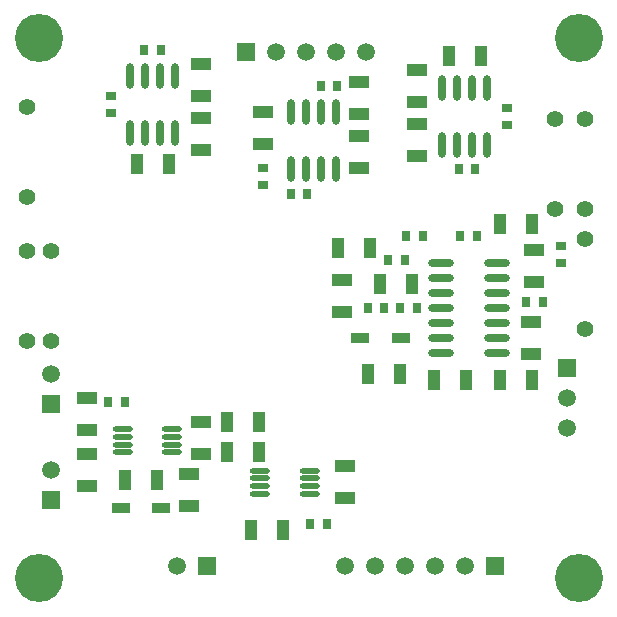
<source format=gbr>
G04 Layer_Color=255*
%FSLAX26Y26*%
%MOIN*%
%TF.FileFunction,Pads,Bot*%
%TF.Part,Single*%
G01*
G75*
%TA.AperFunction,SMDPad,CuDef*%
%ADD10R,0.031496X0.035433*%
%ADD11R,0.043307X0.066929*%
%ADD12R,0.066929X0.043307*%
%ADD13O,0.086614X0.023622*%
%ADD14R,0.062992X0.033465*%
%ADD15R,0.035433X0.031496*%
%TA.AperFunction,ComponentPad*%
%ADD21C,0.055118*%
%TA.AperFunction,ViaPad*%
%ADD22C,0.160000*%
%TA.AperFunction,ComponentPad*%
%ADD23C,0.059055*%
%ADD24R,0.059055X0.059055*%
%ADD25R,0.059055X0.059055*%
%TA.AperFunction,SMDPad,CuDef*%
%ADD27O,0.023622X0.086614*%
%ADD28O,0.066929X0.017716*%
D10*
X2264882Y2160000D02*
D03*
X2320000D02*
D03*
X2504882Y2240000D02*
D03*
X2560000D02*
D03*
X2197322Y2000000D02*
D03*
X2252442D02*
D03*
X2324882Y2240000D02*
D03*
X2380000D02*
D03*
X2360000Y2000000D02*
D03*
X2304882D02*
D03*
X2724882Y2020000D02*
D03*
X2780000D02*
D03*
X2095118Y2740000D02*
D03*
X2040000D02*
D03*
X1940000Y2380000D02*
D03*
X1995118D02*
D03*
X1507560Y2860000D02*
D03*
X1452442D02*
D03*
X2500590Y2465512D02*
D03*
X2555708D02*
D03*
X2060000Y1280000D02*
D03*
X2004882D02*
D03*
X1332440Y1686300D02*
D03*
X1387560D02*
D03*
D11*
X2099292Y2200000D02*
D03*
X2205590D02*
D03*
X2239292Y2080000D02*
D03*
X2345590D02*
D03*
X2745590Y1760000D02*
D03*
X2639292D02*
D03*
X2745590Y2280000D02*
D03*
X2639292D02*
D03*
X2199292Y1780000D02*
D03*
X2305590D02*
D03*
X2419292Y1760000D02*
D03*
X2525590D02*
D03*
X1533150Y2480000D02*
D03*
X1426850D02*
D03*
X2466850Y2840000D02*
D03*
X2573150D02*
D03*
X1833150Y1520000D02*
D03*
X1726850D02*
D03*
Y1620000D02*
D03*
X1833150D02*
D03*
X1806850Y1260000D02*
D03*
X1913150D02*
D03*
X1493150Y1426300D02*
D03*
X1386850D02*
D03*
D12*
X2112442Y1986850D02*
D03*
Y2093150D02*
D03*
X2752442Y2193150D02*
D03*
Y2086850D02*
D03*
X2739370Y1953150D02*
D03*
Y1846850D02*
D03*
X2167560Y2573150D02*
D03*
Y2466850D02*
D03*
Y2753150D02*
D03*
Y2646850D02*
D03*
X1847560Y2546850D02*
D03*
Y2653150D02*
D03*
X1640000Y2813150D02*
D03*
Y2706850D02*
D03*
Y2526850D02*
D03*
Y2633150D02*
D03*
X2360000Y2506850D02*
D03*
Y2613150D02*
D03*
Y2793150D02*
D03*
Y2686850D02*
D03*
X1640000Y1619448D02*
D03*
Y1513150D02*
D03*
X1600000Y1446300D02*
D03*
Y1340000D02*
D03*
X1260000Y1406850D02*
D03*
Y1513150D02*
D03*
Y1593150D02*
D03*
Y1699448D02*
D03*
X2120000Y1366850D02*
D03*
Y1473150D02*
D03*
D13*
X2439370Y1850000D02*
D03*
Y1900000D02*
D03*
Y1950000D02*
D03*
Y2000000D02*
D03*
Y2050000D02*
D03*
Y2100000D02*
D03*
Y2150000D02*
D03*
X2628346Y1850000D02*
D03*
Y1900000D02*
D03*
Y1950000D02*
D03*
Y2000000D02*
D03*
Y2050000D02*
D03*
Y2100000D02*
D03*
Y2150000D02*
D03*
D14*
X2172442Y1900000D02*
D03*
X2306300D02*
D03*
X1506930Y1333150D02*
D03*
X1373070D02*
D03*
D15*
X2840000Y2152442D02*
D03*
Y2207560D02*
D03*
X1847560Y2467560D02*
D03*
Y2412442D02*
D03*
X1340000Y2652440D02*
D03*
Y2707560D02*
D03*
X2660000Y2667560D02*
D03*
Y2612442D02*
D03*
D21*
X1140000Y1890000D02*
D03*
Y2190000D02*
D03*
X2920000Y2230000D02*
D03*
Y1930000D02*
D03*
X1060000Y1890000D02*
D03*
Y2190000D02*
D03*
X2920000Y2630000D02*
D03*
Y2330000D02*
D03*
X1060000Y2670000D02*
D03*
Y2370000D02*
D03*
X2820000Y2630000D02*
D03*
Y2330000D02*
D03*
D22*
X1100000Y2900000D02*
D03*
X2900000D02*
D03*
Y1100000D02*
D03*
X1100000D02*
D03*
D23*
X1560000Y1140000D02*
D03*
X1891850Y2854488D02*
D03*
X1991850D02*
D03*
X2091850D02*
D03*
X2191850D02*
D03*
X2120000Y1140000D02*
D03*
X2220000D02*
D03*
X2320000D02*
D03*
X2420000D02*
D03*
X2520000D02*
D03*
X2860000Y1600000D02*
D03*
Y1700000D02*
D03*
X1140000Y1460000D02*
D03*
Y1780000D02*
D03*
D24*
X1660000Y1140000D02*
D03*
X1791850Y2854488D02*
D03*
X2620000Y1140000D02*
D03*
D25*
X2860000Y1800000D02*
D03*
X1140000Y1360000D02*
D03*
Y1680000D02*
D03*
D27*
X1939410Y2654488D02*
D03*
X1989410D02*
D03*
X2039410D02*
D03*
X2089410D02*
D03*
X1939410Y2465512D02*
D03*
X1989410D02*
D03*
X2039410D02*
D03*
X2089410D02*
D03*
X1555000Y2585512D02*
D03*
X1505000D02*
D03*
X1455000D02*
D03*
X1405000D02*
D03*
X1555000Y2774488D02*
D03*
X1505000D02*
D03*
X1455000D02*
D03*
X1405000D02*
D03*
X2445000Y2734488D02*
D03*
X2495000D02*
D03*
X2545000D02*
D03*
X2595000D02*
D03*
X2445000Y2545512D02*
D03*
X2495000D02*
D03*
X2545000D02*
D03*
X2595000D02*
D03*
D28*
X1380000Y1519448D02*
D03*
Y1545040D02*
D03*
Y1570630D02*
D03*
Y1596220D02*
D03*
X1545354Y1519448D02*
D03*
Y1545040D02*
D03*
Y1570630D02*
D03*
Y1596220D02*
D03*
X2002678Y1458386D02*
D03*
Y1432796D02*
D03*
Y1407204D02*
D03*
Y1381614D02*
D03*
X1837322Y1458386D02*
D03*
Y1432796D02*
D03*
Y1407204D02*
D03*
Y1381614D02*
D03*
%TF.MD5,f6954fa74b7c9fa654ec90dfe1ad6a1e*%
M02*

</source>
